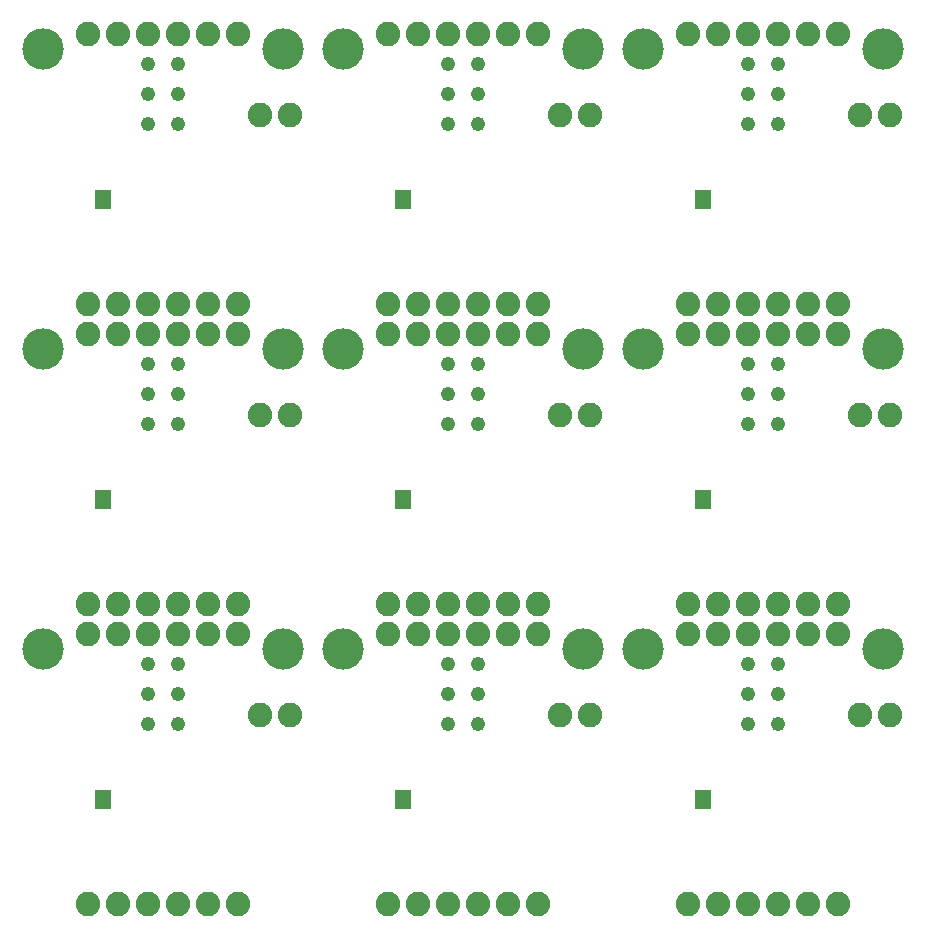
<source format=gbs>
G75*
%MOIN*%
%OFA0B0*%
%FSLAX25Y25*%
%IPPOS*%
%LPD*%
%AMOC8*
5,1,8,0,0,1.08239X$1,22.5*
%
%ADD10C,0.08200*%
%ADD11R,0.05800X0.03300*%
%ADD12C,0.13800*%
%ADD13C,0.04808*%
D10*
X0027250Y0010060D03*
X0037250Y0010060D03*
X0047250Y0010060D03*
X0057250Y0010060D03*
X0067250Y0010060D03*
X0077250Y0010060D03*
X0127250Y0010060D03*
X0137250Y0010060D03*
X0147250Y0010060D03*
X0157250Y0010060D03*
X0167250Y0010060D03*
X0177250Y0010060D03*
X0227250Y0010060D03*
X0237250Y0010060D03*
X0247250Y0010060D03*
X0257250Y0010060D03*
X0267250Y0010060D03*
X0277250Y0010060D03*
X0284750Y0073060D03*
X0294750Y0073060D03*
X0277250Y0100060D03*
X0277250Y0110060D03*
X0267250Y0110060D03*
X0257250Y0110060D03*
X0247250Y0110060D03*
X0247250Y0100060D03*
X0257250Y0100060D03*
X0267250Y0100060D03*
X0237250Y0100060D03*
X0237250Y0110060D03*
X0227250Y0110060D03*
X0227250Y0100060D03*
X0194750Y0073060D03*
X0184750Y0073060D03*
X0177250Y0100060D03*
X0177250Y0110060D03*
X0167250Y0110060D03*
X0157250Y0110060D03*
X0147250Y0110060D03*
X0137250Y0110060D03*
X0137250Y0100060D03*
X0147250Y0100060D03*
X0157250Y0100060D03*
X0167250Y0100060D03*
X0127250Y0100060D03*
X0127250Y0110060D03*
X0094750Y0073060D03*
X0084750Y0073060D03*
X0077250Y0100060D03*
X0077250Y0110060D03*
X0067250Y0110060D03*
X0067250Y0100060D03*
X0057250Y0100060D03*
X0057250Y0110060D03*
X0047250Y0110060D03*
X0037250Y0110060D03*
X0037250Y0100060D03*
X0047250Y0100060D03*
X0027250Y0100060D03*
X0027250Y0110060D03*
X0084750Y0173060D03*
X0094750Y0173060D03*
X0077250Y0200060D03*
X0077250Y0210060D03*
X0067250Y0210060D03*
X0067250Y0200060D03*
X0057250Y0200060D03*
X0057250Y0210060D03*
X0047250Y0210060D03*
X0037250Y0210060D03*
X0037250Y0200060D03*
X0047250Y0200060D03*
X0027250Y0200060D03*
X0027250Y0210060D03*
X0084750Y0273060D03*
X0094750Y0273060D03*
X0077250Y0300060D03*
X0067250Y0300060D03*
X0057250Y0300060D03*
X0047250Y0300060D03*
X0037250Y0300060D03*
X0027250Y0300060D03*
X0127250Y0300060D03*
X0137250Y0300060D03*
X0147250Y0300060D03*
X0157250Y0300060D03*
X0167250Y0300060D03*
X0177250Y0300060D03*
X0184750Y0273060D03*
X0194750Y0273060D03*
X0227250Y0300060D03*
X0237250Y0300060D03*
X0247250Y0300060D03*
X0257250Y0300060D03*
X0267250Y0300060D03*
X0277250Y0300060D03*
X0284750Y0273060D03*
X0294750Y0273060D03*
X0277250Y0210060D03*
X0277250Y0200060D03*
X0267250Y0200060D03*
X0267250Y0210060D03*
X0257250Y0210060D03*
X0247250Y0210060D03*
X0247250Y0200060D03*
X0257250Y0200060D03*
X0237250Y0200060D03*
X0237250Y0210060D03*
X0227250Y0210060D03*
X0227250Y0200060D03*
X0194750Y0173060D03*
X0184750Y0173060D03*
X0177250Y0200060D03*
X0177250Y0210060D03*
X0167250Y0210060D03*
X0157250Y0210060D03*
X0147250Y0210060D03*
X0137250Y0210060D03*
X0137250Y0200060D03*
X0147250Y0200060D03*
X0157250Y0200060D03*
X0167250Y0200060D03*
X0127250Y0200060D03*
X0127250Y0210060D03*
X0284750Y0173060D03*
X0294750Y0173060D03*
D11*
X0232250Y0146660D03*
X0232250Y0143460D03*
X0232250Y0046660D03*
X0232250Y0043460D03*
X0132250Y0043460D03*
X0132250Y0046660D03*
X0132250Y0143460D03*
X0132250Y0146660D03*
X0132250Y0243460D03*
X0132250Y0246660D03*
X0032250Y0246660D03*
X0032250Y0243460D03*
X0032250Y0146660D03*
X0032250Y0143460D03*
X0032250Y0046660D03*
X0032250Y0043460D03*
X0232250Y0243460D03*
X0232250Y0246660D03*
D12*
X0212250Y0295060D03*
X0192250Y0295060D03*
X0112250Y0295060D03*
X0092250Y0295060D03*
X0012250Y0295060D03*
X0012250Y0195060D03*
X0092250Y0195060D03*
X0112250Y0195060D03*
X0192250Y0195060D03*
X0212250Y0195060D03*
X0292250Y0195060D03*
X0292250Y0295060D03*
X0292250Y0095060D03*
X0212250Y0095060D03*
X0192250Y0095060D03*
X0112250Y0095060D03*
X0092250Y0095060D03*
X0012250Y0095060D03*
D13*
X0047250Y0090060D03*
X0057250Y0090060D03*
X0057250Y0080060D03*
X0047250Y0080060D03*
X0047250Y0070060D03*
X0057250Y0070060D03*
X0147250Y0070060D03*
X0147250Y0080060D03*
X0147250Y0090060D03*
X0157250Y0090060D03*
X0157250Y0080060D03*
X0157250Y0070060D03*
X0247250Y0070060D03*
X0247250Y0080060D03*
X0247250Y0090060D03*
X0257250Y0090060D03*
X0257250Y0080060D03*
X0257250Y0070060D03*
X0257250Y0170060D03*
X0257250Y0180060D03*
X0247250Y0180060D03*
X0247250Y0170060D03*
X0247250Y0190060D03*
X0257250Y0190060D03*
X0257250Y0270060D03*
X0257250Y0280060D03*
X0247250Y0280060D03*
X0247250Y0270060D03*
X0247250Y0290060D03*
X0257250Y0290060D03*
X0157250Y0290060D03*
X0147250Y0290060D03*
X0147250Y0280060D03*
X0157250Y0280060D03*
X0157250Y0270060D03*
X0147250Y0270060D03*
X0147250Y0190060D03*
X0157250Y0190060D03*
X0157250Y0180060D03*
X0147250Y0180060D03*
X0147250Y0170060D03*
X0157250Y0170060D03*
X0057250Y0170060D03*
X0057250Y0180060D03*
X0047250Y0180060D03*
X0047250Y0170060D03*
X0047250Y0190060D03*
X0057250Y0190060D03*
X0057250Y0270060D03*
X0057250Y0280060D03*
X0047250Y0280060D03*
X0047250Y0270060D03*
X0047250Y0290060D03*
X0057250Y0290060D03*
M02*

</source>
